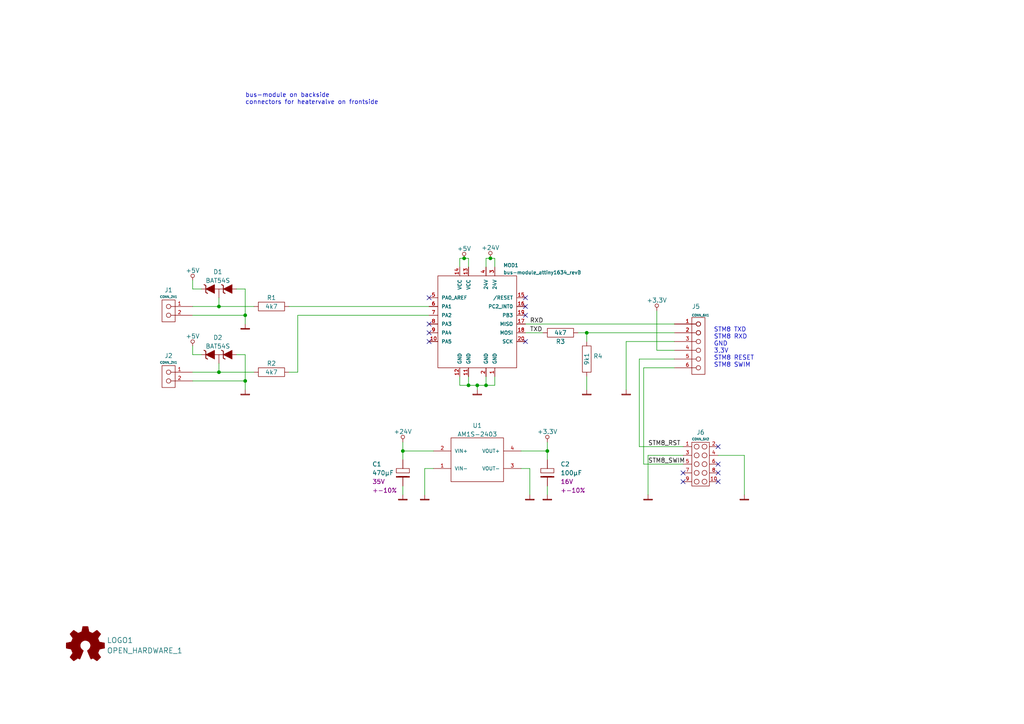
<source format=kicad_sch>
(kicad_sch (version 20211123) (generator eeschema)
  (paper "A4")
  (title_block (title "heatervalve-interface") (date "2023-10-21") (rev "A") (company "koewiba"))
  (lib_symbols
    (symbol "connectors:CONN_2X1" (pin_names (offset 1.016) hide)
      (property "Reference" "J" (at 1.905 4.445 0))
      (property "Value" "CONN_2X1" (at 4.445 0 90))
      (symbol "CONN_2X1_0_1"
        (rectangle (start 0 3.175) (end 3.81 -3.175))
      )
      (symbol "CONN_2X1_1_1"
        (pin passive inverted (at -5.08 1.27 0) (length 7.62) (name "1") (number "1"))
        (pin passive inverted (at -5.08 -1.27 0) (length 7.62) (name "2") (number "2"))
      )
    )
    (symbol "connectors:CONN_5X2" (pin_names (offset 1.016) hide)
      (property "Reference" "J" (at 0 7.62 0))
      (property "Value" "CONN_5X2" (at 0.127 -7.112 0))
      (symbol "CONN_5X2_0_1"
        (rectangle (start -2.54 6.35) (end 2.54 -6.35))
        (circle (center -1.143 -5.08) (radius 0.7112))
        (circle (center -1.143 -2.54) (radius 0.7112))
        (circle (center -1.143 0) (radius 0.7112))
        (circle (center -1.143 2.54) (radius 0.7112))
        (circle (center -1.143 5.08) (radius 0.7112))
        (circle (center 1.143 -5.08) (radius 0.7112))
        (circle (center 1.143 -2.54) (radius 0.7112))
        (circle (center 1.143 0) (radius 0.7112))
        (circle (center 1.143 2.54) (radius 0.7112))
        (circle (center 1.143 5.08) (radius 0.7112))
        (pin passive line (at -5.08 5.08 0) (length 2.54) (name "1") (number "1"))
        (pin passive line (at 5.08 -5.08 180) (length 2.54) (name "10") (number "10"))
        (pin passive line (at 5.08 5.08 180) (length 2.54) (name "2") (number "2"))
        (pin passive line (at -5.08 2.54 0) (length 2.54) (name "3") (number "3"))
        (pin passive line (at 5.08 2.54 180) (length 2.54) (name "4") (number "4"))
        (pin passive line (at -5.08 0 0) (length 2.54) (name "5") (number "5"))
        (pin passive line (at 5.08 0 180) (length 2.54) (name "6") (number "6"))
        (pin passive line (at -5.08 -2.54 0) (length 2.54) (name "7") (number "7"))
        (pin passive line (at 5.08 -2.54 180) (length 2.54) (name "8") (number "8"))
        (pin passive line (at -5.08 -5.08 0) (length 2.54) (name "9") (number "9"))
      )
    )
    (symbol "connectors:CONN_6X1" (pin_names (offset 1.016) hide)
      (property "Reference" "J" (at 1.905 9.525 0))
      (property "Value" "CONN_6X1" (at 4.445 0 90))
      (symbol "CONN_6X1_0_1"
        (rectangle (start 0 8.255) (end 3.81 -8.255))
      )
      (symbol "CONN_6X1_1_1"
        (pin passive inverted (at -5.08 6.35 0) (length 7.62) (name "1") (number "1"))
        (pin passive inverted (at -5.08 6.35 0) (length 7.62) (name "1") (number "1"))
        (pin passive inverted (at -5.08 3.81 0) (length 7.62) (name "2") (number "2"))
        (pin passive inverted (at -5.08 3.81 0) (length 7.62) (name "2") (number "2"))
        (pin input inverted (at -5.08 1.27 0) (length 7.62) (name "3") (number "3"))
        (pin input inverted (at -5.08 -1.27 0) (length 7.62) (name "4") (number "4"))
        (pin input inverted (at -5.08 -3.81 0) (length 7.62) (name "5") (number "5"))
        (pin input inverted (at -5.08 -6.35 0) (length 7.62) (name "6") (number "6"))
      )
    )
    (symbol "diodes:BAT54S" (pin_numbers hide) (pin_names (offset 1.016) hide)
      (property "Reference" "D" (at 1.905 -6.35 0))
      (property "Value" "BAT54S" (at 0 6.35 0))
      (symbol "BAT54S_0_1"
        (polyline (pts (xy 0 -1.27) (xy 0 1.27) (xy 0 1.27)))
        (polyline (pts (xy -1.27 -1.778) (xy -1.016 -1.27) (xy 1.016 -1.27) (xy 1.27 -0.762)) (stroke (width 0.254)))
        (polyline (pts (xy -1.27 1.27) (xy 1.27 1.27) (xy 0 3.81) (xy -1.27 1.27) (xy -1.27 1.27)) (fill (type outline)))
        (polyline (pts (xy -1.27 3.302) (xy -1.016 3.81) (xy 1.016 3.81) (xy 1.27 4.318) (xy 1.27 4.318)) (stroke (width 0.254)))
        (polyline (pts (xy 0 -1.27) (xy -1.27 -3.81) (xy 1.27 -3.81) (xy 0 -1.27) (xy 0 -1.27)) (fill (type outline)))
      )
      (symbol "BAT54S_1_1"
        (pin input line (at 0 -5.08 90) (length 2.54) (name "1") (number "1"))
        (pin input line (at 0 5.08 270) (length 2.54) (name "2") (number "2"))
        (pin input line (at -2.54 0 0) (length 2.54) (name "3") (number "3"))
      )
    )
    (symbol "ics_regulator:AM1S-2403" (pin_names (offset 1.016))
      (property "Reference" "U" (at 0 0 0))
      (property "Value" "AM1S-2403" (at 0 -5.08 0))
      (symbol "AM1S-2403_1_0"
        (rectangle (start -7.62 -6.35) (end 7.62 6.35))
      )
      (symbol "AM1S-2403_1_1"
        (pin passive line (at -12.7 -2.54 0) (length 5.08) (name "VIN-") (number "1"))
        (pin power_in line (at -12.7 2.54 0) (length 5.08) (name "VIN+") (number "2"))
        (pin passive line (at 12.7 -2.54 180) (length 5.08) (name "VOUT-") (number "3"))
        (pin power_out line (at 12.7 2.54 180) (length 5.08) (name "VOUT+") (number "4"))
      )
    )
    (symbol "logo:OPEN_HARDWARE_1" (pin_names (offset 1.016))
      (property "Reference" "LOGO" (at 0 6.985 0))
      (property "Value" "OPEN_HARDWARE_1" (at 0 -5.715 0))
      (symbol "OPEN_HARDWARE_1_0_1"
        (polyline (pts (xy 3.3528 -4.3434) (xy 3.302 -4.318) (xy 3.175 -4.2418) (xy 2.9972 -4.1148) (xy 2.7686 -3.9624) (xy 2.54 -3.81) (xy 2.3622 -3.7084) (xy 2.2352 -3.6068) (xy 2.1844 -3.5814) (xy 2.159 -3.6068) (xy 2.0574 -3.6576) (xy 1.905 -3.7338) (xy 1.8034 -3.7846) (xy 1.6764 -3.8354) (xy 1.6002 -3.8354) (xy 1.6002 -3.8354) (xy 1.5494 -3.7338) (xy 1.4732 -3.5306) (xy 1.3462 -3.302) (xy 1.2446 -3.0226) (xy 1.1176 -2.7178) (xy 0.9652 -2.413) (xy 0.8636 -2.1082) (xy 0.7366 -1.8288) (xy 0.6604 -1.6256) (xy 0.6096 -1.4732) (xy 0.5842 -1.397) (xy 0.5842 -1.397) (xy 0.6604 -1.3208) (xy 0.7874 -1.2446) (xy 1.0414 -1.016) (xy 1.2954 -0.6858) (xy 1.4478 -0.3302) (xy 1.524 0.0762) (xy 1.4732 0.4572) (xy 1.3208 0.8128) (xy 1.0668 1.143) (xy 0.762 1.3716) (xy 0.4064 1.524) (xy 0 1.5748) (xy -0.381 1.5494) (xy -0.7366 1.397) (xy -1.0668 1.143) (xy -1.2192 0.9906) (xy -1.397 0.6604) (xy -1.524 0.3048) (xy -1.524 0.2286) (xy -1.4986 -0.1778) (xy -1.397 -0.5334) (xy -1.1938 -0.8636) (xy -0.9144 -1.143) (xy -0.8636 -1.1684) (xy -0.7366 -1.27) (xy -0.635 -1.3462) (xy -0.5842 -1.397) (xy -1.0668 -2.5908) (xy -1.143 -2.794) (xy -1.2954 -3.1242) (xy -1.397 -3.4036) (xy -1.4986 -3.6322) (xy -1.5748 -3.7846) (xy -1.6002 -3.8354) (xy -1.6002 -3.8354) (xy -1.651 -3.8354) (xy -1.7272 -3.81) (xy -1.905 -3.7338) (xy -2.0066 -3.683) (xy -2.1336 -3.6068) (xy -2.2098 -3.5814) (xy -2.2606 -3.6068) (xy -2.3622 -3.683) (xy -2.54 -3.81) (xy -2.7686 -3.9624) (xy -2.9718 -4.0894) (xy -3.1496 -4.2164) (xy -3.302 -4.318) (xy -3.3528 -4.3434) (xy -3.3782 -4.3434) (xy -3.429 -4.318) (xy -3.5306 -4.2164) (xy -3.7084 -4.064) (xy -3.937 -3.8354) (xy -3.9624 -3.81) (xy -4.1656 -3.6068) (xy -4.318 -3.4544) (xy -4.4196 -3.3274) (xy -4.445 -3.2766) (xy -4.445 -3.2766) (xy -4.4196 -3.2258) (xy -4.318 -3.0734) (xy -4.2164 -2.8956) (xy -4.064 -2.667) (xy -3.6576 -2.0828) (xy -3.8862 -1.5494) (xy -3.937 -1.3716) (xy -4.0386 -1.1684) (xy -4.0894 -1.0414) (xy -4.1148 -0.9652) (xy -4.191 -0.9398) (xy -4.318 -0.9144) (xy -4.5466 -0.8636) (xy -4.8006 -0.8128) (xy -5.0546 -0.7874) (xy -5.2578 -0.7366) (xy -5.4356 -0.7112) (xy -5.5118 -0.6858) (xy -5.5118 -0.6858) (xy -5.5372 -0.635) (xy -5.5372 -0.5588) (xy -5.5372 -0.4318) (xy -5.5626 -0.2286) (xy -5.5626 0.0762) (xy -5.5626 0.127) (xy -5.5372 0.4064) (xy -5.5372 0.635) (xy -5.5372 0.762) (xy -5.5372 0.8382) (xy -5.5372 0.8382) (xy -5.461 0.8382) (xy -5.3086 0.889) (xy -5.08 0.9144) (xy -4.826 0.9652) (xy -4.8006 0.9906) (xy -4.5466 1.0414) (xy -4.318 1.0668) (xy -4.1656 1.1176) (xy -4.0894 1.143) (xy -4.0894 1.143) (xy -4.0386 1.2446) (xy -3.9624 1.4224) (xy -3.8608 1.6256) (xy -3.7846 1.8288) (xy -3.7084 2.0066) (xy -3.6576 2.159) (xy -3.6322 2.2098) (xy -3.6322 2.2098) (xy -3.683 2.286) (xy -3.7592 2.413) (xy -3.8862 2.5908) (xy -4.064 2.8194) (xy -4.064 2.8448) (xy -4.2164 3.0734) (xy -4.3434 3.2512) (xy -4.4196 3.3782) (xy -4.445 3.4544) (xy -4.445 3.4544) (xy -4.3942 3.5052) (xy -4.2926 3.6322) (xy -4.1148 3.81) (xy -3.937 4.0132) (xy -3.8608 4.064) (xy -3.6576 4.2926) (xy -3.5052 4.4196) (xy -3.4036 4.4958) (xy -3.3528 4.5212) (xy -3.3528 4.5212) (xy -3.302 4.4704) (xy -3.1496 4.3688) (xy -2.9718 4.2418) (xy -2.7432 4.0894) (xy -2.7178 4.0894) (xy -2.4892 3.937) (xy -2.3114 3.81) (xy -2.1844 3.7084) (xy -2.1336 3.683) (xy -2.1082 3.683) (xy -2.032 3.7084) (xy -1.8542 3.7592) (xy -1.6764 3.8354) (xy -1.4732 3.937) (xy -1.27 4.0132) (xy -1.143 4.064) (xy -1.0668 4.1148) (xy -1.0668 4.1148) (xy -1.0414 4.191) (xy -1.016 4.3434) (xy -0.9652 4.572) (xy -0.9144 4.8514) (xy -0.889 4.9022) (xy -0.8382 5.1562) (xy -0.8128 5.3848) (xy -0.7874 5.5372) (xy -0.762 5.588) (xy -0.7112 5.6134) (xy -0.5842 5.6134) (xy -0.4064 5.6134) (xy -0.1524 5.6134) (xy 0.0762 5.6134) (xy 0.3302 5.6134) (xy 0.5334 5.6134) (xy 0.6858 5.588) (xy 0.7366 5.588) (xy 0.7366 5.588) (xy 0.762 5.5118) (xy 0.8128 5.334) (xy 0.8382 5.1054) (xy 0.9144 4.826) (xy 0.9144 4.7752) (xy 0.9652 4.5212) (xy 1.016 4.2926) (xy 1.0414 4.1402) (xy 1.0668 4.0894) (xy 1.0668 4.0894) (xy 1.1938 4.0386) (xy 1.3716 3.9624) (xy 1.5748 3.8608) (xy 2.0828 3.6576) (xy 2.7178 4.0894) (xy 2.7686 4.1402) (xy 2.9972 4.2926) (xy 3.175 4.4196) (xy 3.302 4.4958) (xy 3.3782 4.5212) (xy 3.3782 4.5212) (xy 3.429 4.4704) (xy 3.556 4.3434) (xy 3.7338 4.191) (xy 3.9116 3.9878) (xy 4.064 3.8354) (xy 4.2418 3.6576) (xy 4.3434 3.556) (xy 4.4196 3.4798) (xy 4.4196 3.429) (xy 4.4196 3.4036) (xy 4.3942 3.3274) (xy 4.2926 3.2004) (xy 4.1656 2.9972) (xy 4.0132 2.794) (xy 3.8862 2.5908) (xy 3.7592 2.3876) (xy 3.6576 2.2352) (xy 3.6322 2.159) (xy 3.6322 2.1336) (xy 3.683 2.0066) (xy 3.7592 1.8288) (xy 3.8608 1.6002) (xy 4.064 1.1176) (xy 4.3942 1.0414) (xy 4.5974 1.016) (xy 4.8768 0.9652) (xy 5.1308 0.9144) (xy 5.5372 0.8382) (xy 5.5626 -0.6604) (xy 5.4864 -0.6858) (xy 5.4356 -0.6858) (xy 5.2832 -0.7366) (xy 5.0546 -0.762) (xy 4.8006 -0.8128) (xy 4.5974 -0.8636) (xy 4.3688 -0.9144) (xy 4.2164 -0.9398) (xy 4.1402 -0.9398) (xy 4.1148 -0.9652) (xy 4.064 -1.0668) (xy 3.9878 -1.2446) (xy 3.9116 -1.4478) (xy 3.81 -1.651) (xy 3.7338 -1.8542) (xy 3.683 -2.0066) (xy 3.6576 -2.0828) (xy 3.683 -2.1336) (xy 3.7846 -2.2606) (xy 3.8862 -2.4638) (xy 4.0386 -2.667) (xy 4.191 -2.8956) (xy 4.318 -3.0734) (xy 4.3942 -3.2004) (xy 4.445 -3.2766) (xy 4.4196 -3.3274) (xy 4.3434 -3.429) (xy 4.1656 -3.5814) (xy 3.937 -3.8354) (xy 3.8862 -3.8608) (xy 3.683 -4.064) (xy 3.5306 -4.2164) (xy 3.4036 -4.318) (xy 3.3528 -4.3434)) (fill (type outline)))
      )
    )
    (symbol "modules:bus-module_attiny1634_revB" (pin_names (offset 1.016))
      (property "Reference" "MOD" (at 0 0 0))
      (property "Value" "bus-module_attiny1634_revB" (at 0 -7.62 0))
      (symbol "bus-module_attiny1634_revB_0_1"
        (rectangle (start -11.43 13.97) (end 11.43 -12.7))
      )
      (symbol "bus-module_attiny1634_revB_1_1"
        (pin power_in line (at -5.08 -15.24 90) (length 2.54) (name "GND") (number "1"))
        (pin input line (at 13.97 -5.08 180) (length 2.54) (name "PA5") (number "10"))
        (pin power_in line (at 2.54 -15.24 90) (length 2.54) (name "GND") (number "11"))
        (pin power_in line (at 5.08 -15.24 90) (length 2.54) (name "GND") (number "12"))
        (pin power_out line (at 2.54 16.51 270) (length 2.54) (name "VCC") (number "13"))
        (pin output line (at 5.08 16.51 270) (length 2.54) (name "VCC") (number "14"))
        (pin input line (at -13.97 7.62 0) (length 2.54) (name "/RESET") (number "15"))
        (pin input line (at -13.97 5.08 0) (length 2.54) (name "PC2_INT0") (number "16"))
        (pin input line (at -13.97 0 0) (length 2.54) (name "MISO") (number "17"))
        (pin input line (at -13.97 -2.54 0) (length 2.54) (name "MOSI") (number "18"))
        (pin input line (at -13.97 2.54 0) (length 2.54) (name "PB3") (number "19"))
        (pin power_in line (at -2.54 -15.24 90) (length 2.54) (name "GND") (number "2"))
        (pin input line (at -13.97 -5.08 0) (length 2.54) (name "SCK") (number "20"))
        (pin power_out line (at -5.08 16.51 270) (length 2.54) (name "24V") (number "3"))
        (pin power_out line (at -2.54 16.51 270) (length 2.54) (name "24V") (number "4"))
        (pin power_out line (at 13.97 7.62 180) (length 2.54) (name "PA0_AREF") (number "5"))
        (pin input line (at 13.97 5.08 180) (length 2.54) (name "PA1") (number "6"))
        (pin input line (at 13.97 2.54 180) (length 2.54) (name "PA2") (number "7"))
        (pin input line (at 13.97 0 180) (length 2.54) (name "PA3") (number "8"))
        (pin input line (at 13.97 -2.54 180) (length 2.54) (name "PA4") (number "9"))
      )
    )
    (symbol "power:+24V" (power) (pin_numbers hide) (pin_names (offset 0))
      (property "Value" "+24V" (at 0 2.794 0))
      (symbol "+24V_0_0"
        (pin power_in line (at 0 0 90) (length 0) hide (name "+24V") (number "1"))
      )
      (symbol "+24V_0_1"
        (polyline (pts (xy 0 0) (xy 0 1.016) (xy 0 1.016)))
        (circle (center 0 1.524) (radius 0.508))
      )
    )
    (symbol "power:+3.3V" (power) (pin_names (offset 0))
      (property "Value" "+3.3V" (at 0 2.794 0))
      (symbol "+3.3V_0_0"
        (pin power_in line (at 0 0 90) (length 0) hide (name "+3.3V") (number "1"))
      )
      (symbol "+3.3V_0_1"
        (polyline (pts (xy 0 0) (xy 0 1.016) (xy 0 1.016)))
        (circle (center 0 1.524) (radius 0.508))
      )
    )
    (symbol "power:+5V" (power) (pin_names (offset 1.016))
      (property "Value" "+5V" (at 0 2.794 0))
      (symbol "+5V_0_0"
        (pin power_in line (at 0 0 90) (length 0) hide (name "+5V") (number "1"))
      )
      (symbol "+5V_0_1"
        (polyline (pts (xy 0 0) (xy 0 0.762) (xy 0 0.762) (xy 0 0.762)))
        (circle (center 0 1.27) (radius 0.508))
      )
    )
    (symbol "power:GND" (power) (pin_names (offset 0.254))
      (symbol "GND_0_1"
        (polyline (pts (xy 0 0) (xy 0 -1.27) (xy 0 -1.27)))
        (polyline (pts (xy 1.27 -1.397) (xy -1.27 -1.397) (xy -1.27 -1.397)))
        (polyline (pts (xy 1.27 -1.27) (xy -1.27 -1.27) (xy -1.27 -1.27)))
        (polyline (pts (xy 1.27 -1.27) (xy 1.27 -1.524) (xy -1.27 -1.524) (xy -1.27 -1.27) (xy -1.27 -1.27)))
      )
      (symbol "GND_1_1"
        (pin power_in line (at 0 0 90) (length 0) hide (name "GND") (number "1"))
      )
    )
    (symbol "standard:CP" (pin_numbers hide) (pin_names (offset 1.016) hide)
      (property "Reference" "C" (at 0 -3.175 0))
      (property "Value" "CP" (at 0 3.175 0))
      (property "Voltage" "35V" (at 0 4.826 0))
      (property "Tolrance" "+-10%" (at 0 6.477 0))
      (symbol "CP_0_1"
        (polyline (pts (xy 1.016 -1.905) (xy 1.27 -1.905) (xy 1.27 -1.905)))
        (polyline (pts (xy 1.016 1.905) (xy 1.27 1.905) (xy 1.27 1.905)))
        (polyline (pts (xy 1.143 1.905) (xy 1.143 -1.905) (xy 1.143 -1.905)))
        (polyline (pts (xy 1.27 -1.905) (xy 1.27 1.905) (xy 1.27 1.905)))
        (polyline (pts (xy 1.016 1.905) (xy 1.016 -1.905) (xy 1.016 -1.905) (xy 1.016 -1.905)))
        (polyline (pts (xy 1.016 1.27) (xy 1.016 -1.27) (xy 1.016 -1.27) (xy 1.016 -1.27) (xy 1.016 -1.27) (xy 1.016 -1.27)))
        (rectangle (start 0 1.905) (end -1.27 -1.905))
      )
      (symbol "CP_1_1"
        (pin input line (at -3.81 0 0) (length 2.54) (name "1") (number "1"))
        (pin input line (at 3.81 0 180) (length 2.54) (name "2") (number "2"))
      )
    )
    (symbol "standard:R" (pin_numbers hide) (pin_names (offset 1.016) hide)
      (property "Reference" "R" (at 0 -2.54 0))
      (property "Value" "R" (at 0 0 0))
      (symbol "R_0_1"
        (rectangle (start -3.81 1.27) (end 3.81 -1.27))
      )
      (symbol "R_1_1"
        (pin passive line (at -5.08 0 0) (length 1.27) (name "1") (number "1"))
        (pin passive line (at 5.08 0 180) (length 1.27) (name "2") (number "2"))
      )
    )
  )
  (junction (at 71.12 91.44))
  (junction (at 135.89 111.76))
  (junction (at 63.5 88.9))
  (junction (at 116.84 130.81))
  (junction (at 134.62 74.93))
  (junction (at 71.12 110.49))
  (junction (at 142.24 74.93))
  (junction (at 158.75 130.81))
  (junction (at 63.5 107.95))
  (junction (at 140.97 111.76))
  (junction (at 138.43 111.76))
  (junction (at 170.18 96.52))
  (no_connect (at 124.46 86.36))
  (no_connect (at 124.46 93.98))
  (no_connect (at 124.46 96.52))
  (no_connect (at 124.46 99.06))
  (no_connect (at 208.28 129.54))
  (no_connect (at 208.28 134.62))
  (no_connect (at 208.28 137.16))
  (no_connect (at 198.12 139.7))
  (no_connect (at 198.12 137.16))
  (no_connect (at 208.28 139.7))
  (no_connect (at 152.4 99.06))
  (no_connect (at 152.4 86.36))
  (no_connect (at 152.4 88.9))
  (no_connect (at 152.4 91.44))
  (wire (pts (xy 140.97 111.76) (xy 143.51 111.76)))
  (wire (pts (xy 116.84 140.97) (xy 116.84 143.51)))
  (wire (pts (xy 151.13 130.81) (xy 158.75 130.81)))
  (wire (pts (xy 185.42 129.54) (xy 185.42 104.14)))
  (wire (pts (xy 134.62 74.93) (xy 135.89 74.93)))
  (wire (pts (xy 124.46 91.44) (xy 86.36 91.44)))
  (wire (pts (xy 125.73 135.89) (xy 123.19 135.89)))
  (wire (pts (xy 71.12 110.49) (xy 71.12 113.03)))
  (wire (pts (xy 170.18 96.52) (xy 195.58 96.52)))
  (wire (pts (xy 195.58 101.6) (xy 190.5 101.6)))
  (wire (pts (xy 198.12 132.08) (xy 187.96 132.08)))
  (wire (pts (xy 158.75 130.81) (xy 158.75 133.35)))
  (wire (pts (xy 133.35 74.93) (xy 133.35 77.47)))
  (wire (pts (xy 167.64 96.52) (xy 170.18 96.52)))
  (wire (pts (xy 55.88 81.28) (xy 55.88 83.82)))
  (wire (pts (xy 63.5 107.95) (xy 73.66 107.95)))
  (wire (pts (xy 63.5 105.41) (xy 63.5 107.95)))
  (wire (pts (xy 138.43 111.76) (xy 138.43 113.03)))
  (wire (pts (xy 152.4 96.52) (xy 157.48 96.52)))
  (wire (pts (xy 151.13 135.89) (xy 153.67 135.89)))
  (wire (pts (xy 71.12 91.44) (xy 71.12 93.98)))
  (wire (pts (xy 185.42 104.14) (xy 195.58 104.14)))
  (wire (pts (xy 133.35 109.22) (xy 133.35 111.76)))
  (wire (pts (xy 186.69 134.62) (xy 198.12 134.62)))
  (wire (pts (xy 215.9 132.08) (xy 215.9 143.51)))
  (wire (pts (xy 158.75 128.27) (xy 158.75 130.81)))
  (wire (pts (xy 55.88 100.33) (xy 55.88 102.87)))
  (wire (pts (xy 55.88 91.44) (xy 71.12 91.44)))
  (wire (pts (xy 152.4 93.98) (xy 195.58 93.98)))
  (wire (pts (xy 133.35 111.76) (xy 135.89 111.76)))
  (wire (pts (xy 68.58 102.87) (xy 71.12 102.87)))
  (wire (pts (xy 186.69 106.68) (xy 195.58 106.68)))
  (wire (pts (xy 83.82 88.9) (xy 124.46 88.9)))
  (wire (pts (xy 140.97 109.22) (xy 140.97 111.76)))
  (wire (pts (xy 63.5 88.9) (xy 73.66 88.9)))
  (wire (pts (xy 71.12 102.87) (xy 71.12 110.49)))
  (wire (pts (xy 138.43 111.76) (xy 140.97 111.76)))
  (wire (pts (xy 68.58 83.82) (xy 71.12 83.82)))
  (wire (pts (xy 55.88 110.49) (xy 71.12 110.49)))
  (wire (pts (xy 58.42 83.82) (xy 55.88 83.82)))
  (wire (pts (xy 170.18 109.22) (xy 170.18 113.03)))
  (wire (pts (xy 153.67 135.89) (xy 153.67 143.51)))
  (wire (pts (xy 186.69 134.62) (xy 186.69 106.68)))
  (wire (pts (xy 158.75 140.97) (xy 158.75 143.51)))
  (wire (pts (xy 133.35 74.93) (xy 134.62 74.93)))
  (wire (pts (xy 190.5 90.17) (xy 190.5 101.6)))
  (wire (pts (xy 181.61 99.06) (xy 181.61 113.03)))
  (wire (pts (xy 135.89 111.76) (xy 138.43 111.76)))
  (wire (pts (xy 58.42 102.87) (xy 55.88 102.87)))
  (wire (pts (xy 116.84 128.27) (xy 116.84 130.81)))
  (wire (pts (xy 143.51 111.76) (xy 143.51 109.22)))
  (wire (pts (xy 140.97 74.93) (xy 142.24 74.93)))
  (wire (pts (xy 143.51 74.93) (xy 143.51 77.47)))
  (wire (pts (xy 135.89 109.22) (xy 135.89 111.76)))
  (wire (pts (xy 116.84 130.81) (xy 116.84 133.35)))
  (wire (pts (xy 181.61 99.06) (xy 195.58 99.06)))
  (wire (pts (xy 63.5 107.95) (xy 55.88 107.95)))
  (wire (pts (xy 208.28 132.08) (xy 215.9 132.08)))
  (wire (pts (xy 86.36 107.95) (xy 83.82 107.95)))
  (wire (pts (xy 135.89 74.93) (xy 135.89 77.47)))
  (wire (pts (xy 125.73 130.81) (xy 116.84 130.81)))
  (wire (pts (xy 71.12 83.82) (xy 71.12 91.44)))
  (wire (pts (xy 140.97 77.47) (xy 140.97 74.93)))
  (wire (pts (xy 170.18 96.52) (xy 170.18 99.06)))
  (wire (pts (xy 187.96 132.08) (xy 187.96 143.51)))
  (wire (pts (xy 63.5 88.9) (xy 55.88 88.9)))
  (wire (pts (xy 123.19 135.89) (xy 123.19 143.51)))
  (wire (pts (xy 142.24 74.93) (xy 143.51 74.93)))
  (wire (pts (xy 86.36 91.44) (xy 86.36 107.95)))
  (wire (pts (xy 185.42 129.54) (xy 198.12 129.54)))
  (wire (pts (xy 63.5 86.36) (xy 63.5 88.9)))
  (text "bus-module on backside\nconnectors for heatervalve on frontside" (at 71.12 30.48 0) (effects (font (size 1.27 1.27)) (justify left bottom)))
  (text "STM8 TXD\nSTM8 RXD\nGND\n3,3V\nSTM8 RESET\nSTM8 SWIM" (at 207.01 106.68 0) (effects (font (size 1.27 1.27)) (justify left bottom)))
  (label "TXD" (at 153.67 96.52 0))
  (label "RXD" (at 153.67 93.98 0))
  (label "STM8_RST" (at 187.96 129.54 0))
  (label "STM8_SWIM" (at 187.96 134.62 0))
  (symbol (lib_id "diodes:BAT54S") (at 63.5 83.82 90) (unit 1)
    (property "Reference" "D1" (at 63.1825 78.8502 90))
    (property "Value" "BAT54S" (at 63.1825 81.3871 90))
    (property "Footprint" "Housings_SOT:SOT23-3" (effects hide))
  )
  (symbol (lib_id "logo:OPEN_HARDWARE_1") (at 24.765 187.325 0) (unit 1)
    (property "Reference" "LOGO1" (at 30.9626 185.7138 0) (effects (font (size 1.524 1.524)) (justify left)))
    (property "Value" "OPEN_HARDWARE_1" (at 30.9626 188.7072 0) (effects (font (size 1.524 1.524)) (justify left)))
    (property "Footprint" "Symbol:Symbol_OSHW-Logo_Copper" (effects hide))
  )
  (symbol (lib_id "power:+3.3V") (at 158.75 128.27 0) (unit 1)
    (property "Reference" "#PWR013" (effects hide))
    (property "Value" "+3.3V" (at 158.75 125.2022 0))
  )
  (symbol (lib_id "standard:R") (at 78.74 107.95 0) (unit 1)
    (property "Reference" "R2" (at 78.74 105.41 0))
    (property "Value" "4k7" (at 78.74 107.95 0))
    (property "Footprint" "Resistor:R_0805" (effects hide))
  )
  (symbol (lib_id "power:+24V") (at 142.24 74.93 0) (unit 1)
    (property "Reference" "#PWR011" (effects hide))
    (property "Value" "+24V" (at 142.24 71.8622 0))
  )
  (symbol (lib_id "ics_regulator:AM1S-2403") (at 138.43 133.35 0) (unit 1)
    (property "Reference" "U1" (at 138.43 123.4272 0))
    (property "Value" "AM1S-2403" (at 138.43 125.9641 0))
    (property "Footprint" "DCDC_Converter:AM1S-XXXX_SIL4" (effects hide))
  )
  (symbol (lib_id "power:GND") (at 215.9 143.51 0) (unit 1)
    (property "Reference" "#PWR019" (effects hide))
    (property "Value" "GND" (effects hide))
  )
  (symbol (lib_id "connectors:CONN_2X1") (at 50.8 90.17 0) (mirror y) (unit 1)
    (property "Reference" "J1" (at 48.895 84.1298 0))
    (property "Value" "CONN_2X1" (at 48.895 86.0961 0) (effects (font (size 0.635 0.635))))
    (property "Footprint" "Connector_WAGO:WAGO250-202" (effects hide))
  )
  (symbol (lib_id "power:GND") (at 123.19 143.51 0) (unit 1)
    (property "Reference" "#PWR08" (effects hide))
    (property "Value" "GND" (effects hide))
  )
  (symbol (lib_id "connectors:CONN_2X1") (at 50.8 109.22 0) (mirror y) (unit 1)
    (property "Reference" "J2" (at 48.895 103.1798 0))
    (property "Value" "CONN_2X1" (at 48.895 105.1461 0) (effects (font (size 0.635 0.635))))
    (property "Footprint" "Connector_WAGO:WAGO250-202" (effects hide))
  )
  (symbol (lib_id "power:GND") (at 181.61 113.03 0) (unit 1)
    (property "Reference" "#PWR016" (effects hide))
    (property "Value" "GND" (effects hide))
  )
  (symbol (lib_id "power:GND") (at 71.12 93.98 0) (unit 1)
    (property "Reference" "#PWR03" (effects hide))
    (property "Value" "GND" (effects hide))
  )
  (symbol (lib_id "power:GND") (at 158.75 143.51 0) (unit 1)
    (property "Reference" "#PWR014" (effects hide))
    (property "Value" "GND" (effects hide))
  )
  (symbol (lib_id "diodes:BAT54S") (at 63.5 102.87 90) (unit 1)
    (property "Reference" "D2" (at 63.1825 97.9002 90))
    (property "Value" "BAT54S" (at 63.1825 100.4371 90))
    (property "Footprint" "Housings_SOT:SOT23-3" (effects hide))
  )
  (symbol (lib_id "power:+5V") (at 55.88 100.33 0) (unit 1)
    (property "Reference" "#PWR02" (effects hide))
    (property "Value" "+5V" (at 55.88 97.5162 0))
  )
  (symbol (lib_id "power:GND") (at 138.43 113.03 0) (unit 1)
    (property "Reference" "#PWR010" (effects hide))
    (property "Value" "GND" (effects hide))
  )
  (symbol (lib_id "standard:R") (at 170.18 104.14 90) (unit 1)
    (property "Reference" "R4" (at 172.085 103.3053 90) (effects (justify right)))
    (property "Value" "9k1" (at 170.18 104.14 0))
    (property "Footprint" "Resistor:R_0805" (effects hide))
  )
  (symbol (lib_id "power:+5V") (at 134.62 74.93 0) (unit 1)
    (property "Reference" "#PWR09" (effects hide))
    (property "Value" "+5V" (at 134.62 72.1162 0))
  )
  (symbol (lib_id "standard:CP") (at 158.75 137.16 270) (unit 1)
    (property "Reference" "C2" (at 162.56 134.6262 90) (effects (justify left)))
    (property "Value" "100µF" (at 162.56 137.1631 90) (effects (justify left)))
    (property "Footprint" "Capacitors_SMD:CP_1206" (effects hide))
    (property "Voltage" "16V" (at 162.56 139.7 90) (effects (justify left)))
    (property "Tolrance" "+-10%" (at 162.56 142.24 90) (effects (justify left)))
  )
  (symbol (lib_id "power:+24V") (at 116.84 128.27 0) (unit 1)
    (property "Reference" "#PWR06" (effects hide))
    (property "Value" "+24V" (at 116.84 125.2022 0))
  )
  (symbol (lib_id "modules:bus-module_attiny1634_revB") (at 138.43 93.98 0) (mirror y) (unit 1)
    (property "Reference" "MOD1" (at 145.9993 76.9486 0) (effects (font (size 1.016 1.016)) (justify right)))
    (property "Value" "bus-module_attiny1634_revB" (at 145.9993 79.029 0) (effects (font (size 1.016 1.016)) (justify right)))
    (property "Footprint" "Modules:bus-module_attiny1634" (effects hide))
  )
  (symbol (lib_id "power:GND") (at 187.96 143.51 0) (unit 1)
    (property "Reference" "#PWR017" (effects hide))
    (property "Value" "GND" (effects hide))
  )
  (symbol (lib_id "standard:R") (at 162.56 96.52 0) (unit 1)
    (property "Reference" "R3" (at 162.56 99.06 0))
    (property "Value" "4k7" (at 162.56 96.52 0))
    (property "Footprint" "Resistor:R_0805" (effects hide))
  )
  (symbol (lib_id "power:+3.3V") (at 190.5 90.17 0) (unit 1)
    (property "Reference" "#PWR018" (effects hide))
    (property "Value" "+3.3V" (at 190.5 87.1022 0))
  )
  (symbol (lib_id "power:+5V") (at 55.88 81.28 0) (unit 1)
    (property "Reference" "#PWR01" (effects hide))
    (property "Value" "+5V" (at 55.88 78.4662 0))
  )
  (symbol (lib_id "power:GND") (at 170.18 113.03 0) (unit 1)
    (property "Reference" "#PWR015" (effects hide))
    (property "Value" "GND" (effects hide))
  )
  (symbol (lib_id "standard:R") (at 78.74 88.9 0) (unit 1)
    (property "Reference" "R1" (at 78.74 86.36 0))
    (property "Value" "4k7" (at 78.74 88.9 0))
    (property "Footprint" "Resistor:R_0805" (effects hide))
  )
  (symbol (lib_id "power:GND") (at 116.84 143.51 0) (unit 1)
    (property "Reference" "#PWR07" (effects hide))
    (property "Value" "GND" (effects hide))
  )
  (symbol (lib_id "standard:CP") (at 116.84 137.16 270) (unit 1)
    (property "Reference" "C1" (at 107.95 134.6262 90) (effects (justify left)))
    (property "Value" "470µF" (at 107.95 137.1662 90) (effects (justify left)))
    (property "Footprint" "Capacitors_SMD:CP_1206" (effects hide))
    (property "Voltage" "35V" (at 107.95 139.7 90) (effects (justify left)))
    (property "Tolrance" "+-10%" (at 107.95 142.24 90) (effects (justify left)))
  )
  (symbol (lib_id "power:GND") (at 153.67 143.51 0) (unit 1)
    (property "Reference" "#PWR012" (effects hide))
    (property "Value" "GND" (effects hide))
  )
  (symbol (lib_id "connectors:CONN_5X2") (at 203.2 134.62 0) (unit 1)
    (property "Reference" "J6" (at 203.2 125.4048 0))
    (property "Value" "CONN_5X2" (at 203.2 127.3711 0) (effects (font (size 0.635 0.635))))
    (property "Footprint" "Connector_Header:HEADER_5x2" (effects hide))
  )
  (symbol (lib_id "power:GND") (at 71.12 113.03 0) (unit 1)
    (property "Reference" "#PWR04" (effects hide))
    (property "Value" "GND" (effects hide))
  )
  (symbol (lib_id "connectors:CONN_6X1") (at 200.66 100.33 0) (unit 1)
    (property "Reference" "J5" (at 200.66 88.9 0) (effects (justify left)))
    (property "Value" "CONN_6X1" (at 200.66 91.44 0) (effects (font (size 0.635 0.635)) (justify left)))
    (property "Footprint" "Connector_Header:HEADER_6x1" (effects hide))
  )
)
</source>
